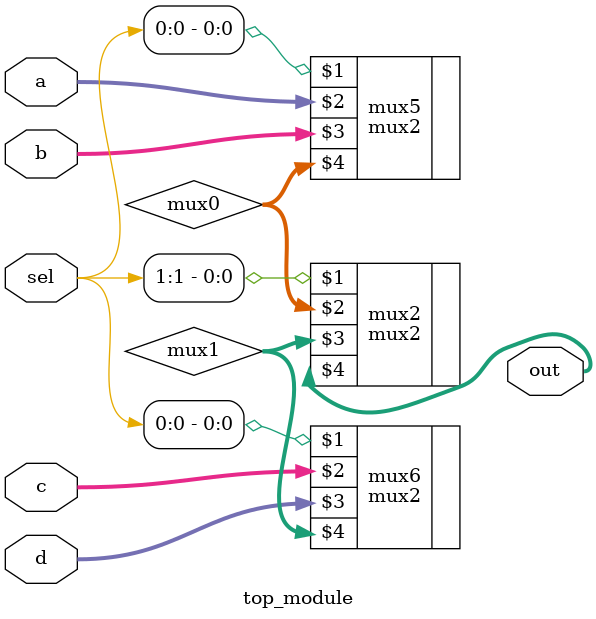
<source format=v>
module top_module (
    input [1:0] sel,
    input [7:0] a,
    input [7:0] b,
    input [7:0] c,
    input [7:0] d,
    output [7:0] out  ); 

    wire [7:0]mux0, mux1;
    mux2 mux5 ( sel[0],    a,    b, mux0 );
    mux2 mux6 ( sel[0],    c,    d, mux1 );
    mux2 mux2 ( sel[1], mux0, mux1,  out );

endmodule

</source>
